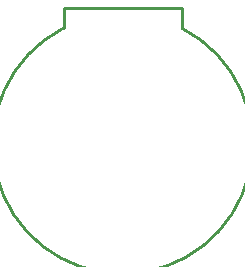
<source format=gto>
G04 Layer: TopSilkLayer*
G04 EasyEDA v6.4.25, 2022-01-20T08:00:52+08:00*
G04 0604ebae3d614f8b92c7e0483259cbfb,3b57db4a37c74da5bb1b5bc11455ab19,10*
G04 Gerber Generator version 0.2*
G04 Scale: 100 percent, Rotated: No, Reflected: No *
G04 Dimensions in millimeters *
G04 leading zeros omitted , absolute positions ,4 integer and 5 decimal *
%FSLAX45Y45*%
%MOMM*%

%ADD10C,0.2540*%

%LPD*%
D10*
X499998Y1150000D02*
G01*
X499998Y977900D01*
X-499998Y1150000D02*
G01*
X-499998Y977900D01*
X499998Y1150000D02*
G01*
X-499998Y1150000D01*
G75*
G01*
X-506710Y976343D02*
G03*
X503408Y978050I506710J-976343D01*
M02*

</source>
